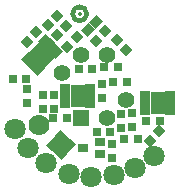
<source format=gbs>
G04*
G04 #@! TF.GenerationSoftware,Altium Limited,Altium Designer,20.0.13 (296)*
G04*
G04 Layer_Color=16711935*
%FSLAX25Y25*%
%MOIN*%
G70*
G01*
G75*
%ADD27P,0.04194X4X270.0*%
%ADD28R,0.02965X0.02965*%
%ADD30P,0.09901X4X183.0*%
%ADD31C,0.07001*%
%ADD32C,0.05493*%
%ADD33R,0.05493X0.05493*%
%ADD34C,0.01378*%
%ADD35C,0.07099*%
%ADD52C,0.00394*%
%ADD55C,0.01784*%
G04:AMPARAMS|DCode=56|XSize=35.56mil|YSize=19.81mil|CornerRadius=0mil|HoleSize=0mil|Usage=FLASHONLY|Rotation=225.000|XOffset=0mil|YOffset=0mil|HoleType=Round|Shape=Rectangle|*
%AMROTATEDRECTD56*
4,1,4,0.00557,0.01958,0.01958,0.00557,-0.00557,-0.01958,-0.01958,-0.00557,0.00557,0.01958,0.0*
%
%ADD56ROTATEDRECTD56*%

G04:AMPARAMS|DCode=57|XSize=74.93mil|YSize=47.37mil|CornerRadius=0mil|HoleSize=0mil|Usage=FLASHONLY|Rotation=135.000|XOffset=0mil|YOffset=0mil|HoleType=Round|Shape=Rectangle|*
%AMROTATEDRECTD57*
4,1,4,0.04324,-0.00974,0.00974,-0.04324,-0.04324,0.00974,-0.00974,0.04324,0.04324,-0.00974,0.0*
%
%ADD57ROTATEDRECTD57*%

%ADD58R,0.03556X0.01981*%
%ADD59R,0.04737X0.07493*%
%ADD60R,0.03339X0.02690*%
G04:AMPARAMS|DCode=61|XSize=33.59mil|YSize=29.46mil|CornerRadius=0mil|HoleSize=0mil|Usage=FLASHONLY|Rotation=45.000|XOffset=0mil|YOffset=0mil|HoleType=Round|Shape=Rectangle|*
%AMROTATEDRECTD61*
4,1,4,-0.00146,-0.02229,-0.02229,-0.00146,0.00146,0.02229,0.02229,0.00146,-0.00146,-0.02229,0.0*
%
%ADD61ROTATEDRECTD61*%

%ADD62R,0.02965X0.02965*%
%ADD63P,0.04194X4X360.0*%
D27*
X30374Y45374D02*
D03*
X33626Y48626D02*
D03*
X24126Y46626D02*
D03*
X20874Y43374D02*
D03*
X7374Y44874D02*
D03*
X10626Y48126D02*
D03*
X48374Y11874D02*
D03*
X51626Y15126D02*
D03*
D28*
X33200Y36500D02*
D03*
X37800D02*
D03*
X24700Y36000D02*
D03*
X29300D02*
D03*
X40800Y31500D02*
D03*
X36200D02*
D03*
X47200Y18500D02*
D03*
X51800D02*
D03*
X39917Y12497D02*
D03*
X44517D02*
D03*
X35300Y15000D02*
D03*
X30700D02*
D03*
X20800Y19500D02*
D03*
X16200D02*
D03*
X7300Y32500D02*
D03*
X2700D02*
D03*
D30*
X19000Y10500D02*
D03*
D31*
X11569Y17191D02*
D03*
D32*
X19279Y34520D02*
D03*
X25500Y40744D02*
D03*
X34295D02*
D03*
X40520Y25721D02*
D03*
X34295Y19500D02*
D03*
D33*
X25500D02*
D03*
D34*
X25071Y54296D02*
D03*
D35*
X43500Y3000D02*
D03*
X21500Y1000D02*
D03*
X3500Y16000D02*
D03*
X36500Y500D02*
D03*
X50000Y7000D02*
D03*
X29000Y0D02*
D03*
X14000Y4500D02*
D03*
X8000Y9500D02*
D03*
D52*
X23373Y56050D02*
D03*
D55*
X27434Y54296D02*
G03*
X27434Y54296I-2362J0D01*
G01*
D56*
X13335Y45511D02*
D03*
X14727Y44119D02*
D03*
X16119Y42727D02*
D03*
X17511Y41335D02*
D03*
X11665Y35489D02*
D03*
X10273Y36881D02*
D03*
X8881Y38273D02*
D03*
X7489Y39665D02*
D03*
D57*
X12500Y40500D02*
D03*
D58*
X20232Y24032D02*
D03*
Y26000D02*
D03*
Y27968D02*
D03*
Y29937D02*
D03*
X28500D02*
D03*
Y27968D02*
D03*
Y26000D02*
D03*
Y24032D02*
D03*
X47000Y21563D02*
D03*
Y23531D02*
D03*
Y25500D02*
D03*
Y27468D02*
D03*
X55268D02*
D03*
Y25500D02*
D03*
Y23531D02*
D03*
Y21563D02*
D03*
D59*
X24366Y26984D02*
D03*
X51134Y24516D02*
D03*
D60*
X31961Y11468D02*
D03*
Y7531D02*
D03*
X26039Y9500D02*
D03*
D61*
X30500Y51500D02*
D03*
X27861Y48870D02*
D03*
D62*
X32500Y30800D02*
D03*
Y26200D02*
D03*
X13000Y27300D02*
D03*
Y22700D02*
D03*
X7500Y29300D02*
D03*
Y24700D02*
D03*
X42500Y16700D02*
D03*
Y21300D02*
D03*
X39000Y20800D02*
D03*
Y16200D02*
D03*
X36000Y6200D02*
D03*
Y10800D02*
D03*
X16500Y27300D02*
D03*
Y22700D02*
D03*
D63*
X40626Y42374D02*
D03*
X37374Y45626D02*
D03*
X17626Y47374D02*
D03*
X14374Y50626D02*
D03*
X17374Y53626D02*
D03*
X20626Y50374D02*
D03*
M02*

</source>
